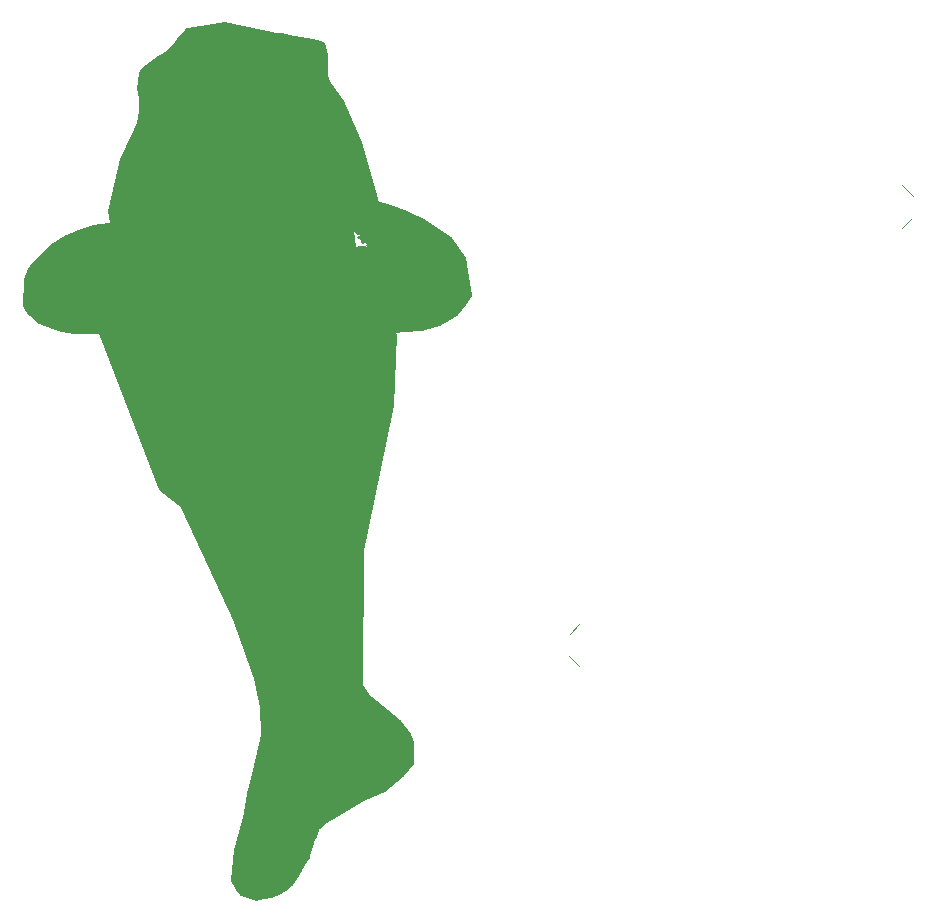
<source format=gbr>
%TF.GenerationSoftware,KiCad,Pcbnew,(5.0.2-5)-5*%
%TF.CreationDate,2022-10-07T21:03:46+07:00*%
%TF.ProjectId,gosanke,676f7361-6e6b-4652-9e6b-696361645f70,rev?*%
%TF.SameCoordinates,Original*%
%TF.FileFunction,Legend,Bot*%
%TF.FilePolarity,Positive*%
%FSLAX46Y46*%
G04 Gerber Fmt 4.6, Leading zero omitted, Abs format (unit mm)*
G04 Created by KiCad (PCBNEW (5.0.2-5)-5) date 2022 October 07, Friday 21:03:46*
%MOMM*%
%LPD*%
G01*
G04 APERTURE LIST*
%ADD10C,0.120000*%
%ADD11C,0.254000*%
G04 APERTURE END LIST*
D10*
%TO.C,D2*%
X169024400Y-95076563D02*
X168126374Y-94178538D01*
X168211227Y-92297634D02*
X169024400Y-91484461D01*
X196354600Y-54351637D02*
X197252626Y-55249662D01*
X197167773Y-57130566D02*
X196354600Y-57943739D01*
X143700773Y-60254766D02*
X142887600Y-61067939D01*
X142887600Y-57475837D02*
X143785626Y-58373862D01*
%TD*%
D11*
G36*
X143368554Y-41575493D02*
X143418100Y-41576315D01*
X143464189Y-41558114D01*
X143467634Y-41554400D01*
X143803084Y-41554400D01*
X144883771Y-41755458D01*
X144885809Y-41755820D01*
X146524400Y-42033120D01*
X147314851Y-42335351D01*
X147574000Y-43348387D01*
X147574000Y-45008800D01*
X147581507Y-45051817D01*
X147810107Y-45686817D01*
X147826966Y-45718601D01*
X148911583Y-47206796D01*
X150476978Y-50640567D01*
X151922129Y-55787332D01*
X151944574Y-55831510D01*
X151982218Y-55863736D01*
X152023521Y-55878272D01*
X152472025Y-55953023D01*
X154154949Y-56480506D01*
X155764903Y-57310639D01*
X158100818Y-58842798D01*
X159264492Y-60526412D01*
X159785290Y-63601601D01*
X159306732Y-64391222D01*
X158566131Y-65279943D01*
X157125977Y-66074511D01*
X155605197Y-66523265D01*
X154224185Y-66573484D01*
X154213837Y-66574285D01*
X153403041Y-66670481D01*
X153355918Y-66685807D01*
X153318247Y-66717999D01*
X153295762Y-66762158D01*
X153291889Y-66811559D01*
X153316512Y-66872940D01*
X153388993Y-66969296D01*
X153162494Y-72984089D01*
X150599294Y-85229080D01*
X150596603Y-85254245D01*
X150520403Y-96569945D01*
X150539704Y-96638110D01*
X151047704Y-97450910D01*
X151078129Y-97484388D01*
X151837496Y-98066570D01*
X153730569Y-99681992D01*
X154586074Y-100760672D01*
X154851701Y-101509258D01*
X154900570Y-103280747D01*
X154000168Y-104302825D01*
X152535650Y-105529516D01*
X150748982Y-106309610D01*
X150734143Y-106317289D01*
X148173834Y-107863614D01*
X147442587Y-108216630D01*
X147403402Y-108246041D01*
X147182337Y-108491669D01*
X146962630Y-108662552D01*
X146924672Y-108710938D01*
X146708772Y-109193538D01*
X146703481Y-109207519D01*
X146583999Y-109589861D01*
X146409636Y-109799097D01*
X146381476Y-109862439D01*
X146357002Y-110033759D01*
X146307792Y-110230598D01*
X146305383Y-110280092D01*
X146316676Y-110311609D01*
X146217907Y-110492686D01*
X146203270Y-110538661D01*
X146197953Y-110583858D01*
X146191052Y-110589830D01*
X146167458Y-110639654D01*
X146045744Y-111175197D01*
X145767008Y-111587241D01*
X145758608Y-111601604D01*
X145584845Y-111949130D01*
X145361382Y-112271910D01*
X145351430Y-112288987D01*
X145001406Y-113014036D01*
X144611275Y-113526083D01*
X144149311Y-113915105D01*
X143559038Y-114234837D01*
X142889320Y-114482880D01*
X142239731Y-114632786D01*
X141699657Y-114730981D01*
X141378012Y-114708006D01*
X140913400Y-114536834D01*
X140420445Y-114344461D01*
X140021938Y-113922512D01*
X139651493Y-113145772D01*
X139851070Y-110626107D01*
X140711581Y-107449809D01*
X140714835Y-107433759D01*
X140941832Y-105769114D01*
X141344483Y-104561161D01*
X141348193Y-104547552D01*
X142135593Y-100864552D01*
X142138369Y-100835209D01*
X142087569Y-98523809D01*
X142084984Y-98500954D01*
X141576984Y-96037154D01*
X141571864Y-96019152D01*
X139768464Y-91091552D01*
X139764637Y-91082253D01*
X135395837Y-81557253D01*
X135359073Y-81510503D01*
X133519506Y-80058872D01*
X128440442Y-66868467D01*
X128441444Y-66850079D01*
X128425000Y-66803334D01*
X128391920Y-66766440D01*
X128347239Y-66745013D01*
X128297759Y-66742316D01*
X127884335Y-66801377D01*
X127161138Y-66751501D01*
X127152400Y-66751200D01*
X126272016Y-66751200D01*
X125176430Y-66601802D01*
X124630401Y-66403246D01*
X124629858Y-66403050D01*
X123306689Y-65928706D01*
X122438893Y-65160087D01*
X122279184Y-65000378D01*
X122020406Y-64459296D01*
X121996420Y-63883637D01*
X122071961Y-62977147D01*
X122072053Y-62975982D01*
X122121527Y-62308079D01*
X122369174Y-61639433D01*
X122512350Y-61257630D01*
X123076755Y-60668686D01*
X124461077Y-59334702D01*
X125609328Y-58660729D01*
X126261196Y-58384939D01*
X126619062Y-58240088D01*
X149793411Y-58240088D01*
X149913059Y-59514600D01*
X149927226Y-59562085D01*
X149958487Y-59600533D01*
X150002082Y-59624092D01*
X150049836Y-59629309D01*
X150556133Y-59587979D01*
X150576602Y-59584608D01*
X150654066Y-59565242D01*
X150783240Y-59583696D01*
X150939990Y-59673267D01*
X150986984Y-59688986D01*
X151036416Y-59685525D01*
X151080761Y-59663411D01*
X151113267Y-59626010D01*
X151128986Y-59579016D01*
X151125525Y-59529584D01*
X151116592Y-59506204D01*
X151076732Y-59426484D01*
X151127570Y-59362936D01*
X151150382Y-59318946D01*
X151154623Y-59269575D01*
X151139648Y-59222339D01*
X151090077Y-59172582D01*
X150861477Y-59045582D01*
X150814297Y-59030430D01*
X150764910Y-59034486D01*
X150720835Y-59057133D01*
X150702236Y-59075297D01*
X150633871Y-59157335D01*
X150592071Y-59108568D01*
X150637131Y-59003428D01*
X150647391Y-58954948D01*
X150638317Y-58906233D01*
X150611291Y-58864699D01*
X150557749Y-58832016D01*
X150328974Y-58761624D01*
X150537783Y-58628745D01*
X150573596Y-58594497D01*
X150593576Y-58549150D01*
X150594682Y-58499610D01*
X150576745Y-58453417D01*
X150542497Y-58417604D01*
X150500402Y-58398392D01*
X150319988Y-58353288D01*
X149992685Y-58124176D01*
X149947326Y-58104225D01*
X149897784Y-58103150D01*
X149851603Y-58121117D01*
X149815813Y-58155388D01*
X149795862Y-58200747D01*
X149793411Y-58240088D01*
X126619062Y-58240088D01*
X127324108Y-57954712D01*
X127891157Y-57757478D01*
X129242582Y-57622336D01*
X129289980Y-57607880D01*
X129328238Y-57576387D01*
X129351531Y-57532651D01*
X129355540Y-57477127D01*
X129211903Y-56519545D01*
X130194250Y-52111577D01*
X131635916Y-49076490D01*
X131646795Y-49040839D01*
X131799195Y-48024839D01*
X131800442Y-48012342D01*
X131851242Y-46996342D01*
X131848024Y-46960912D01*
X131650313Y-46120639D01*
X131722877Y-45612693D01*
X131868152Y-44765254D01*
X132367890Y-44265516D01*
X133345052Y-43488798D01*
X134098413Y-43061893D01*
X134125603Y-43041203D01*
X134633603Y-42533203D01*
X134644293Y-42521054D01*
X135072932Y-41966345D01*
X135827410Y-41138852D01*
X138019051Y-40765277D01*
X138934627Y-40616806D01*
X143368554Y-41575493D01*
X143368554Y-41575493D01*
G37*
X143368554Y-41575493D02*
X143418100Y-41576315D01*
X143464189Y-41558114D01*
X143467634Y-41554400D01*
X143803084Y-41554400D01*
X144883771Y-41755458D01*
X144885809Y-41755820D01*
X146524400Y-42033120D01*
X147314851Y-42335351D01*
X147574000Y-43348387D01*
X147574000Y-45008800D01*
X147581507Y-45051817D01*
X147810107Y-45686817D01*
X147826966Y-45718601D01*
X148911583Y-47206796D01*
X150476978Y-50640567D01*
X151922129Y-55787332D01*
X151944574Y-55831510D01*
X151982218Y-55863736D01*
X152023521Y-55878272D01*
X152472025Y-55953023D01*
X154154949Y-56480506D01*
X155764903Y-57310639D01*
X158100818Y-58842798D01*
X159264492Y-60526412D01*
X159785290Y-63601601D01*
X159306732Y-64391222D01*
X158566131Y-65279943D01*
X157125977Y-66074511D01*
X155605197Y-66523265D01*
X154224185Y-66573484D01*
X154213837Y-66574285D01*
X153403041Y-66670481D01*
X153355918Y-66685807D01*
X153318247Y-66717999D01*
X153295762Y-66762158D01*
X153291889Y-66811559D01*
X153316512Y-66872940D01*
X153388993Y-66969296D01*
X153162494Y-72984089D01*
X150599294Y-85229080D01*
X150596603Y-85254245D01*
X150520403Y-96569945D01*
X150539704Y-96638110D01*
X151047704Y-97450910D01*
X151078129Y-97484388D01*
X151837496Y-98066570D01*
X153730569Y-99681992D01*
X154586074Y-100760672D01*
X154851701Y-101509258D01*
X154900570Y-103280747D01*
X154000168Y-104302825D01*
X152535650Y-105529516D01*
X150748982Y-106309610D01*
X150734143Y-106317289D01*
X148173834Y-107863614D01*
X147442587Y-108216630D01*
X147403402Y-108246041D01*
X147182337Y-108491669D01*
X146962630Y-108662552D01*
X146924672Y-108710938D01*
X146708772Y-109193538D01*
X146703481Y-109207519D01*
X146583999Y-109589861D01*
X146409636Y-109799097D01*
X146381476Y-109862439D01*
X146357002Y-110033759D01*
X146307792Y-110230598D01*
X146305383Y-110280092D01*
X146316676Y-110311609D01*
X146217907Y-110492686D01*
X146203270Y-110538661D01*
X146197953Y-110583858D01*
X146191052Y-110589830D01*
X146167458Y-110639654D01*
X146045744Y-111175197D01*
X145767008Y-111587241D01*
X145758608Y-111601604D01*
X145584845Y-111949130D01*
X145361382Y-112271910D01*
X145351430Y-112288987D01*
X145001406Y-113014036D01*
X144611275Y-113526083D01*
X144149311Y-113915105D01*
X143559038Y-114234837D01*
X142889320Y-114482880D01*
X142239731Y-114632786D01*
X141699657Y-114730981D01*
X141378012Y-114708006D01*
X140913400Y-114536834D01*
X140420445Y-114344461D01*
X140021938Y-113922512D01*
X139651493Y-113145772D01*
X139851070Y-110626107D01*
X140711581Y-107449809D01*
X140714835Y-107433759D01*
X140941832Y-105769114D01*
X141344483Y-104561161D01*
X141348193Y-104547552D01*
X142135593Y-100864552D01*
X142138369Y-100835209D01*
X142087569Y-98523809D01*
X142084984Y-98500954D01*
X141576984Y-96037154D01*
X141571864Y-96019152D01*
X139768464Y-91091552D01*
X139764637Y-91082253D01*
X135395837Y-81557253D01*
X135359073Y-81510503D01*
X133519506Y-80058872D01*
X128440442Y-66868467D01*
X128441444Y-66850079D01*
X128425000Y-66803334D01*
X128391920Y-66766440D01*
X128347239Y-66745013D01*
X128297759Y-66742316D01*
X127884335Y-66801377D01*
X127161138Y-66751501D01*
X127152400Y-66751200D01*
X126272016Y-66751200D01*
X125176430Y-66601802D01*
X124630401Y-66403246D01*
X124629858Y-66403050D01*
X123306689Y-65928706D01*
X122438893Y-65160087D01*
X122279184Y-65000378D01*
X122020406Y-64459296D01*
X121996420Y-63883637D01*
X122071961Y-62977147D01*
X122072053Y-62975982D01*
X122121527Y-62308079D01*
X122369174Y-61639433D01*
X122512350Y-61257630D01*
X123076755Y-60668686D01*
X124461077Y-59334702D01*
X125609328Y-58660729D01*
X126261196Y-58384939D01*
X126619062Y-58240088D01*
X149793411Y-58240088D01*
X149913059Y-59514600D01*
X149927226Y-59562085D01*
X149958487Y-59600533D01*
X150002082Y-59624092D01*
X150049836Y-59629309D01*
X150556133Y-59587979D01*
X150576602Y-59584608D01*
X150654066Y-59565242D01*
X150783240Y-59583696D01*
X150939990Y-59673267D01*
X150986984Y-59688986D01*
X151036416Y-59685525D01*
X151080761Y-59663411D01*
X151113267Y-59626010D01*
X151128986Y-59579016D01*
X151125525Y-59529584D01*
X151116592Y-59506204D01*
X151076732Y-59426484D01*
X151127570Y-59362936D01*
X151150382Y-59318946D01*
X151154623Y-59269575D01*
X151139648Y-59222339D01*
X151090077Y-59172582D01*
X150861477Y-59045582D01*
X150814297Y-59030430D01*
X150764910Y-59034486D01*
X150720835Y-59057133D01*
X150702236Y-59075297D01*
X150633871Y-59157335D01*
X150592071Y-59108568D01*
X150637131Y-59003428D01*
X150647391Y-58954948D01*
X150638317Y-58906233D01*
X150611291Y-58864699D01*
X150557749Y-58832016D01*
X150328974Y-58761624D01*
X150537783Y-58628745D01*
X150573596Y-58594497D01*
X150593576Y-58549150D01*
X150594682Y-58499610D01*
X150576745Y-58453417D01*
X150542497Y-58417604D01*
X150500402Y-58398392D01*
X150319988Y-58353288D01*
X149992685Y-58124176D01*
X149947326Y-58104225D01*
X149897784Y-58103150D01*
X149851603Y-58121117D01*
X149815813Y-58155388D01*
X149795862Y-58200747D01*
X149793411Y-58240088D01*
X126619062Y-58240088D01*
X127324108Y-57954712D01*
X127891157Y-57757478D01*
X129242582Y-57622336D01*
X129289980Y-57607880D01*
X129328238Y-57576387D01*
X129351531Y-57532651D01*
X129355540Y-57477127D01*
X129211903Y-56519545D01*
X130194250Y-52111577D01*
X131635916Y-49076490D01*
X131646795Y-49040839D01*
X131799195Y-48024839D01*
X131800442Y-48012342D01*
X131851242Y-46996342D01*
X131848024Y-46960912D01*
X131650313Y-46120639D01*
X131722877Y-45612693D01*
X131868152Y-44765254D01*
X132367890Y-44265516D01*
X133345052Y-43488798D01*
X134098413Y-43061893D01*
X134125603Y-43041203D01*
X134633603Y-42533203D01*
X134644293Y-42521054D01*
X135072932Y-41966345D01*
X135827410Y-41138852D01*
X138019051Y-40765277D01*
X138934627Y-40616806D01*
X143368554Y-41575493D01*
M02*

</source>
